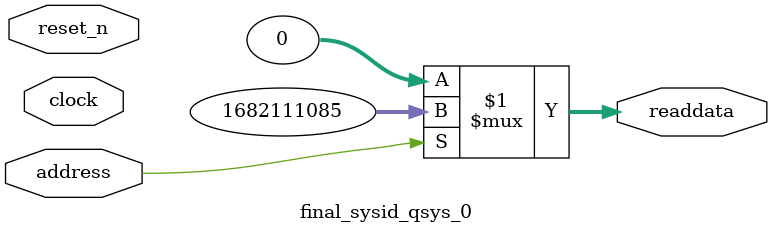
<source format=v>



// synthesis translate_off
`timescale 1ns / 1ps
// synthesis translate_on

// turn off superfluous verilog processor warnings 
// altera message_level Level1 
// altera message_off 10034 10035 10036 10037 10230 10240 10030 

module final_sysid_qsys_0 (
               // inputs:
                address,
                clock,
                reset_n,

               // outputs:
                readdata
             )
;

  output  [ 31: 0] readdata;
  input            address;
  input            clock;
  input            reset_n;

  wire    [ 31: 0] readdata;
  //control_slave, which is an e_avalon_slave
  assign readdata = address ? 1682111085 : 0;

endmodule



</source>
